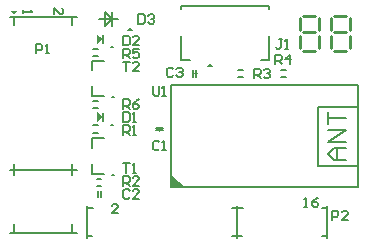
<source format=gbr>
%TF.GenerationSoftware,Altium Limited,Altium Designer,21.1.0 (24)*%
G04 Layer_Color=65535*
%FSLAX45Y45*%
%MOMM*%
%TF.SameCoordinates,A42B3F18-A760-40AD-9EC3-E9591E309F50*%
%TF.FilePolarity,Positive*%
%TF.FileFunction,Legend,Top*%
%TF.Part,Single*%
G01*
G75*
%TA.AperFunction,NonConductor*%
%ADD24C,0.15000*%
%ADD32C,0.20000*%
%ADD72C,0.10000*%
%ADD73C,0.25000*%
G36*
X80000Y1925000D02*
X55000Y1955000D01*
X105000D01*
X80000Y1925000D01*
D02*
G37*
G36*
X1085000Y1790000D02*
X1035000D01*
X1060000Y1820000D01*
X1085000Y1790000D01*
D02*
G37*
G36*
X830000Y1720000D02*
X780000Y1680000D01*
Y1760000D01*
X830000Y1720000D01*
D02*
G37*
G36*
X930000Y1645000D02*
X890000D01*
X910000Y1670000D01*
X930000Y1645000D01*
D02*
G37*
G36*
X1762500Y1485000D02*
X1712500D01*
X1737500Y1515000D01*
X1762500Y1485000D01*
D02*
G37*
G36*
X940000Y1220000D02*
X890000D01*
X915000Y1250000D01*
X940000Y1220000D01*
D02*
G37*
G36*
X830000Y1060000D02*
X780000Y1020000D01*
Y1100000D01*
X830000Y1060000D01*
D02*
G37*
G36*
X930000Y985000D02*
X890000D01*
X910000Y1010000D01*
X930000Y985000D01*
D02*
G37*
G36*
X940000Y560000D02*
X890000D01*
X915000Y590000D01*
X940000Y560000D01*
D02*
G37*
G36*
X1510000Y465000D02*
X1410000D01*
Y565000D01*
X1510000Y465000D01*
D02*
G37*
D24*
X2731000Y35000D02*
Y310000D01*
X2686024Y289815D02*
X2730272D01*
X2684000Y50000D02*
X2730854D01*
X699000Y35000D02*
Y310000D01*
X699748Y50000D02*
X743997D01*
X699440Y289481D02*
X746294D01*
X1968171Y310000D02*
X1969000Y35000D01*
X1969748Y50000D02*
X2013997D01*
X1969146Y289000D02*
X2016000D01*
X1968171Y293822D02*
X1969000Y35000D01*
X1924004Y289000D02*
X1968252D01*
X1922000Y50000D02*
X1968854D01*
X800000Y1890000D02*
X869894D01*
X909894Y1835000D02*
Y1950000D01*
X850000Y1949894D02*
X909772Y1890122D01*
X850000Y1830106D02*
Y1949894D01*
X869894Y1890000D02*
X909894D01*
X850000Y1830106D02*
X909894Y1890000D01*
X960000D01*
X830000Y1685000D02*
Y1755000D01*
Y1025000D02*
Y1095000D01*
X1410000Y465000D02*
Y1335000D01*
X2990000Y465000D02*
Y1335000D01*
X1410000D02*
X2990000D01*
X1410000Y465000D02*
X2990000D01*
X1410000Y565000D02*
X1510000Y465000D01*
X2650000Y1150000D02*
X2990000D01*
X2650000Y650000D02*
Y1150000D01*
Y650000D02*
X2985000D01*
X750000Y1140000D02*
X790000D01*
X750000Y1200000D02*
X790000D01*
X750000Y1640000D02*
X790000D01*
X750000Y1580000D02*
X790000D01*
X2340000Y1460000D02*
X2380000D01*
X2340000Y1400000D02*
X2380000D01*
X1980000D02*
X2020000D01*
X1980000Y1460000D02*
X2020000D01*
X780000Y540000D02*
X820000D01*
X780000Y480000D02*
X820000D01*
X750000Y990000D02*
X790000D01*
X750000Y930000D02*
X790000D01*
X1497500Y2000000D02*
X2237500D01*
X1497500Y1545000D02*
Y1745000D01*
Y1545000D02*
X1567500D01*
X1497500Y1972189D02*
Y2000000D01*
X2237500Y1545000D02*
Y1745000D01*
Y1972189D02*
Y2000000D01*
X2167500Y1545000D02*
X2237500D01*
X1598000Y1402511D02*
Y1457619D01*
X1622000Y1402373D02*
Y1457895D01*
X788000Y382511D02*
Y437619D01*
X812000Y382373D02*
Y437895D01*
X1282381Y948000D02*
X1337489D01*
X1282105Y972000D02*
X1337627D01*
X2536000Y300000D02*
X2562658D01*
X2549329D01*
Y379974D01*
X2536000Y366645D01*
X2655961Y379974D02*
X2629303Y366645D01*
X2602645Y339987D01*
Y313329D01*
X2615974Y300000D01*
X2642632D01*
X2655961Y313329D01*
Y326658D01*
X2642632Y339987D01*
X2602645D01*
X958316Y245000D02*
X905000D01*
X958316Y298316D01*
Y311645D01*
X944987Y324974D01*
X918329D01*
X905000Y311645D01*
X414999Y1931684D02*
Y1985000D01*
X468316Y1931684D01*
X481645D01*
X494974Y1945013D01*
Y1971671D01*
X481645Y1985000D01*
X155000Y1965000D02*
Y1938342D01*
Y1951671D01*
X234974D01*
X221645Y1965000D01*
X1005000Y1529987D02*
X1058316D01*
X1031658D01*
Y1450013D01*
X1138290D02*
X1084974D01*
X1138290Y1503329D01*
Y1516658D01*
X1124961Y1529987D01*
X1098303D01*
X1084974Y1516658D01*
X1005000Y1130013D02*
Y1209987D01*
X1044987D01*
X1058316Y1196658D01*
Y1170000D01*
X1044987Y1156671D01*
X1005000D01*
X1031658D02*
X1058316Y1130013D01*
X1138290Y1209987D02*
X1111632Y1196658D01*
X1084974Y1170000D01*
Y1143342D01*
X1098303Y1130013D01*
X1124961D01*
X1138290Y1143342D01*
Y1156671D01*
X1124961Y1170000D01*
X1084974D01*
X1005000Y1560013D02*
Y1639987D01*
X1044987D01*
X1058316Y1626658D01*
Y1600000D01*
X1044987Y1586671D01*
X1005000D01*
X1031658D02*
X1058316Y1560013D01*
X1138290Y1639987D02*
X1084974D01*
Y1600000D01*
X1111632Y1613329D01*
X1124961D01*
X1138290Y1600000D01*
Y1573342D01*
X1124961Y1560013D01*
X1098303D01*
X1084974Y1573342D01*
X2293355Y1510013D02*
Y1589987D01*
X2333342D01*
X2346671Y1576658D01*
Y1550000D01*
X2333342Y1536671D01*
X2293355D01*
X2320013D02*
X2346671Y1510013D01*
X2413316D02*
Y1589987D01*
X2373329Y1550000D01*
X2426645D01*
X1133355Y1929987D02*
Y1850013D01*
X1173342D01*
X1186671Y1863342D01*
Y1916658D01*
X1173342Y1929987D01*
X1133355D01*
X1213329Y1916658D02*
X1226658Y1929987D01*
X1253316D01*
X1266645Y1916658D01*
Y1903329D01*
X1253316Y1890000D01*
X1239987D01*
X1253316D01*
X1266645Y1876671D01*
Y1863342D01*
X1253316Y1850013D01*
X1226658D01*
X1213329Y1863342D01*
X1005000Y1749987D02*
Y1670013D01*
X1044987D01*
X1058316Y1683342D01*
Y1736658D01*
X1044987Y1749987D01*
X1005000D01*
X1138290Y1670013D02*
X1084974D01*
X1138290Y1723329D01*
Y1736658D01*
X1124961Y1749987D01*
X1098303D01*
X1084974Y1736658D01*
X2113355Y1390013D02*
Y1469987D01*
X2153342D01*
X2166671Y1456658D01*
Y1430000D01*
X2153342Y1416671D01*
X2113355D01*
X2140013D02*
X2166671Y1390013D01*
X2193329Y1456658D02*
X2206658Y1469987D01*
X2233316D01*
X2246645Y1456658D01*
Y1443329D01*
X2233316Y1430000D01*
X2219987D01*
X2233316D01*
X2246645Y1416671D01*
Y1403342D01*
X2233316Y1390013D01*
X2206658D01*
X2193329Y1403342D01*
X2773355Y190013D02*
Y269987D01*
X2813342D01*
X2826671Y256658D01*
Y230000D01*
X2813342Y216671D01*
X2773355D01*
X2906645Y190013D02*
X2853329D01*
X2906645Y243329D01*
Y256658D01*
X2893316Y269987D01*
X2866658D01*
X2853329Y256658D01*
X2350000Y1719987D02*
X2323342D01*
X2336671D01*
Y1653342D01*
X2323342Y1640013D01*
X2310013D01*
X2296684Y1653342D01*
X2376658Y1640013D02*
X2403316D01*
X2389987D01*
Y1719987D01*
X2376658Y1706658D01*
X1426671Y1466658D02*
X1413342Y1479987D01*
X1386684D01*
X1373355Y1466658D01*
Y1413342D01*
X1386684Y1400013D01*
X1413342D01*
X1426671Y1413342D01*
X1453329Y1466658D02*
X1466658Y1479987D01*
X1493316D01*
X1506645Y1466658D01*
Y1453329D01*
X1493316Y1440000D01*
X1479987D01*
X1493316D01*
X1506645Y1426671D01*
Y1413342D01*
X1493316Y1400013D01*
X1466658D01*
X1453329Y1413342D01*
X1256684Y1319987D02*
Y1253342D01*
X1270013Y1240013D01*
X1296671D01*
X1310000Y1253342D01*
Y1319987D01*
X1336658Y1240013D02*
X1363316D01*
X1349987D01*
Y1319987D01*
X1336658Y1306658D01*
X1005000Y669987D02*
X1058316D01*
X1031658D01*
Y590013D01*
X1084974D02*
X1111632D01*
X1098303D01*
Y669987D01*
X1084974Y656658D01*
X1005000Y480013D02*
Y559987D01*
X1044987D01*
X1058316Y546658D01*
Y520000D01*
X1044987Y506671D01*
X1005000D01*
X1031658D02*
X1058316Y480013D01*
X1138290D02*
X1084974D01*
X1138290Y533329D01*
Y546658D01*
X1124961Y559987D01*
X1098303D01*
X1084974Y546658D01*
X1005000Y910013D02*
Y989987D01*
X1044987D01*
X1058316Y976658D01*
Y950000D01*
X1044987Y936671D01*
X1005000D01*
X1031658D02*
X1058316Y910013D01*
X1084974D02*
X1111632D01*
X1098303D01*
Y989987D01*
X1084974Y976658D01*
X266684Y1600013D02*
Y1679987D01*
X306671D01*
X320000Y1666658D01*
Y1640000D01*
X306671Y1626671D01*
X266684D01*
X346658Y1600013D02*
X373316D01*
X359987D01*
Y1679987D01*
X346658Y1666658D01*
X1005000Y1099987D02*
Y1020013D01*
X1044987D01*
X1058316Y1033342D01*
Y1086658D01*
X1044987Y1099987D01*
X1005000D01*
X1084974Y1020013D02*
X1111632D01*
X1098303D01*
Y1099987D01*
X1084974Y1086658D01*
X1310000Y846658D02*
X1296671Y859987D01*
X1270013D01*
X1256684Y846658D01*
Y793342D01*
X1270013Y780013D01*
X1296671D01*
X1310000Y793342D01*
X1336658Y780013D02*
X1363316D01*
X1349987D01*
Y859987D01*
X1336658Y846658D01*
X1058316Y436658D02*
X1044987Y449987D01*
X1018329D01*
X1005000Y436658D01*
Y383342D01*
X1018329Y370013D01*
X1044987D01*
X1058316Y383342D01*
X1138290Y370013D02*
X1084974D01*
X1138290Y423329D01*
Y436658D01*
X1124961Y449987D01*
X1098303D01*
X1084974Y436658D01*
D32*
X740000Y1460000D02*
Y1540000D01*
X840000D01*
X740000Y1240000D02*
Y1320000D01*
Y1240000D02*
X840000D01*
X740000Y800000D02*
Y880000D01*
X840000D01*
X740000Y580000D02*
Y660000D01*
Y580000D02*
X840000D01*
X45000Y79000D02*
X610000D01*
X574000Y89000D02*
Y153997D01*
X80000Y89000D02*
Y156000D01*
Y617146D02*
Y664000D01*
X574000Y617748D02*
Y661997D01*
X45000Y617000D02*
X610000D01*
X574000Y570000D02*
Y616854D01*
X80000Y572003D02*
Y616252D01*
X65000Y617000D02*
X589000D01*
X574000Y1840000D02*
Y1902000D01*
X45000Y1912000D02*
X610000D01*
X80000Y1842003D02*
Y1902000D01*
X2890000Y700000D02*
X2788433D01*
X2737649Y750783D01*
X2788433Y801567D01*
X2890000D01*
X2813825D01*
Y700000D01*
X2890000Y852351D02*
X2737649D01*
X2890000Y953918D01*
X2737649D01*
Y1004701D02*
Y1106269D01*
Y1055485D01*
X2890000D01*
D72*
X1620000Y1430000D02*
X1625094D01*
X1594711D02*
X1600000D01*
X810000Y410000D02*
X815094D01*
X784711D02*
X790000D01*
X1310000Y970000D02*
Y975094D01*
Y944711D02*
Y950000D01*
D73*
X2790000Y1920000D02*
X2890000D01*
X2760000Y1800000D02*
Y1900000D01*
X2920000Y1800000D02*
Y1900000D01*
X2790000Y1780000D02*
X2890000D01*
X2760000Y1650000D02*
Y1750000D01*
X2920000Y1650000D02*
Y1750000D01*
X2790000Y1620000D02*
X2890000D01*
X2530000D02*
X2630000D01*
X2660000Y1650000D02*
Y1750000D01*
X2500000Y1650000D02*
Y1750000D01*
X2530000Y1780000D02*
X2630000D01*
X2660000Y1800000D02*
Y1900000D01*
X2500000Y1800000D02*
Y1900000D01*
X2530000Y1920000D02*
X2630000D01*
%TF.MD5,b279126f255065e04833c1115644b3d4*%
M02*

</source>
